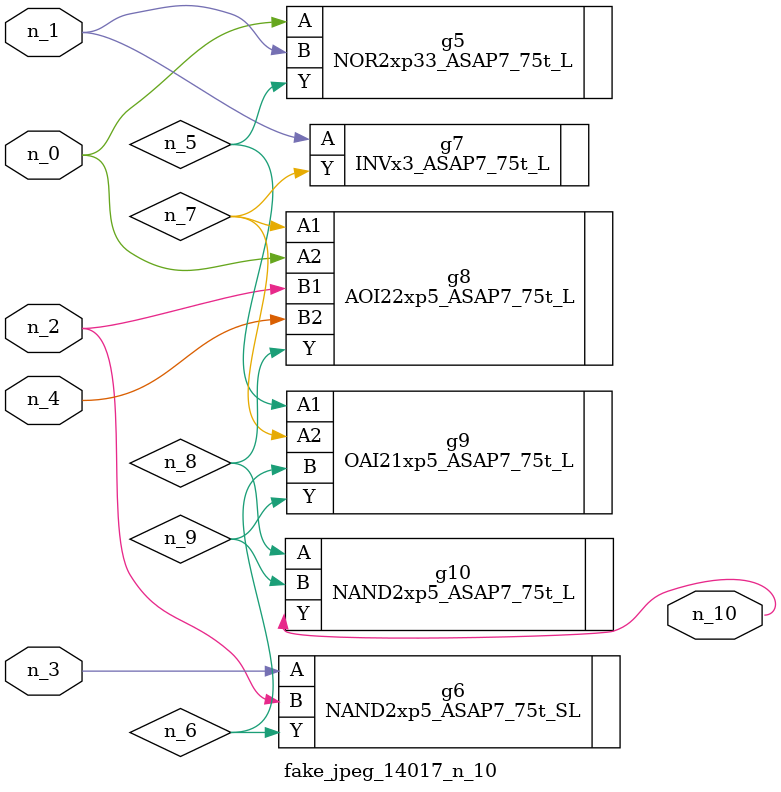
<source format=v>
module fake_jpeg_14017_n_10 (n_3, n_2, n_1, n_0, n_4, n_10);

input n_3;
input n_2;
input n_1;
input n_0;
input n_4;

output n_10;

wire n_8;
wire n_9;
wire n_6;
wire n_5;
wire n_7;

NOR2xp33_ASAP7_75t_L g5 ( 
.A(n_0),
.B(n_1),
.Y(n_5)
);

NAND2xp5_ASAP7_75t_SL g6 ( 
.A(n_3),
.B(n_2),
.Y(n_6)
);

INVx3_ASAP7_75t_L g7 ( 
.A(n_1),
.Y(n_7)
);

AOI22xp5_ASAP7_75t_L g8 ( 
.A1(n_7),
.A2(n_0),
.B1(n_2),
.B2(n_4),
.Y(n_8)
);

NAND2xp5_ASAP7_75t_L g10 ( 
.A(n_8),
.B(n_9),
.Y(n_10)
);

OAI21xp5_ASAP7_75t_L g9 ( 
.A1(n_5),
.A2(n_7),
.B(n_6),
.Y(n_9)
);


endmodule
</source>
